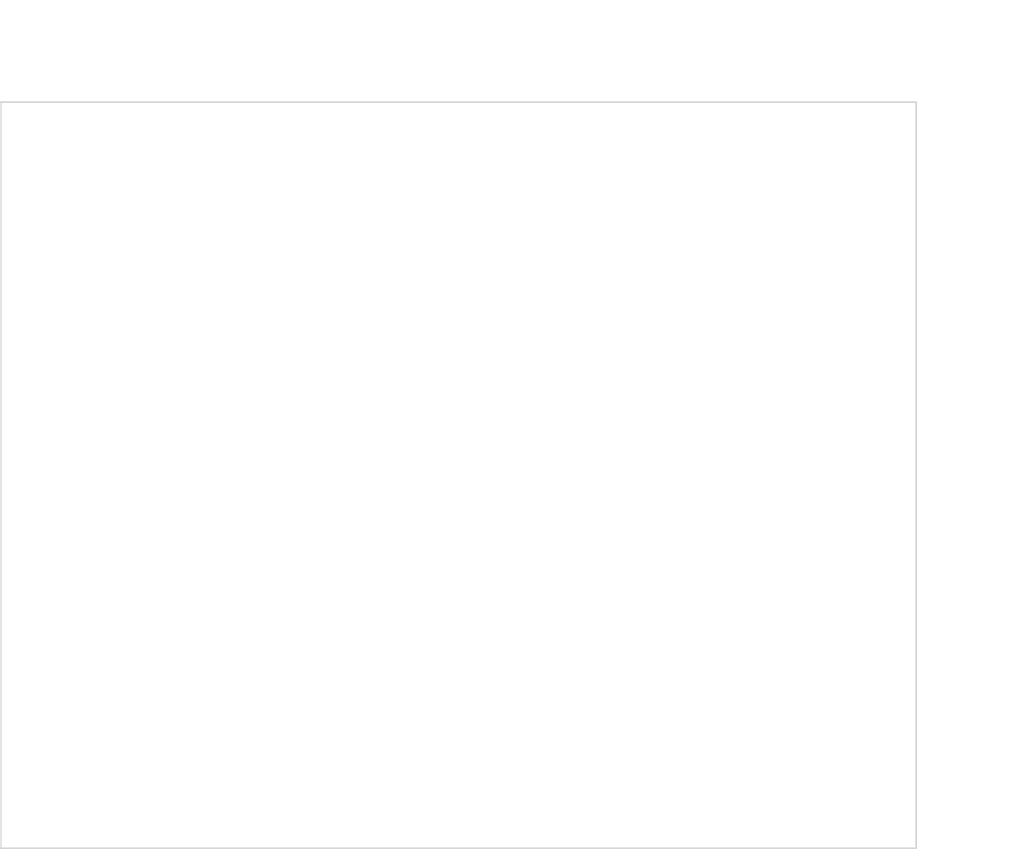
<source format=kicad_pcb>
(kicad_pcb (version 20171130) (host pcbnew "(5.1.0)-1")

  (general
    (thickness 1.6)
    (drawings 16)
    (tracks 0)
    (zones 0)
    (modules 0)
    (nets 1)
  )

  (page A4)
  (layers
    (0 F.Cu signal)
    (31 B.Cu signal)
    (32 B.Adhes user)
    (33 F.Adhes user)
    (34 B.Paste user)
    (35 F.Paste user)
    (36 B.SilkS user)
    (37 F.SilkS user)
    (38 B.Mask user)
    (39 F.Mask user)
    (40 Dwgs.User user)
    (41 Cmts.User user)
    (42 Eco1.User user)
    (43 Eco2.User user)
    (44 Edge.Cuts user)
    (45 Margin user)
    (46 B.CrtYd user)
    (47 F.CrtYd user)
    (48 B.Fab user)
    (49 F.Fab user)
  )

  (setup
    (last_trace_width 0.25)
    (trace_clearance 0.2)
    (zone_clearance 0.508)
    (zone_45_only no)
    (trace_min 0.2)
    (via_size 0.8)
    (via_drill 0.4)
    (via_min_size 0.4)
    (via_min_drill 0.3)
    (uvia_size 0.3)
    (uvia_drill 0.1)
    (uvias_allowed no)
    (uvia_min_size 0.2)
    (uvia_min_drill 0.1)
    (edge_width 0.05)
    (segment_width 0.2)
    (pcb_text_width 0.3)
    (pcb_text_size 1.5 1.5)
    (mod_edge_width 0.12)
    (mod_text_size 1 1)
    (mod_text_width 0.15)
    (pad_size 1.524 1.524)
    (pad_drill 0.762)
    (pad_to_mask_clearance 0.051)
    (solder_mask_min_width 0.25)
    (aux_axis_origin 0 0)
    (visible_elements FFFFFF7F)
    (pcbplotparams
      (layerselection 0x010fc_ffffffff)
      (usegerberextensions false)
      (usegerberattributes false)
      (usegerberadvancedattributes false)
      (creategerberjobfile false)
      (excludeedgelayer true)
      (linewidth 0.152400)
      (plotframeref false)
      (viasonmask false)
      (mode 1)
      (useauxorigin false)
      (hpglpennumber 1)
      (hpglpenspeed 20)
      (hpglpendiameter 15.000000)
      (psnegative false)
      (psa4output false)
      (plotreference true)
      (plotvalue true)
      (plotinvisibletext false)
      (padsonsilk false)
      (subtractmaskfromsilk false)
      (outputformat 1)
      (mirror false)
      (drillshape 1)
      (scaleselection 1)
      (outputdirectory ""))
  )

  (net 0 "")

  (net_class Default "This is the default net class."
    (clearance 0.2)
    (trace_width 0.25)
    (via_dia 0.8)
    (via_drill 0.4)
    (uvia_dia 0.3)
    (uvia_drill 0.1)
  )

  (gr_line (start 182.707617 141.291961) (end 182.707617 44.291961) (layer Edge.Cuts) (width 0.2))
  (gr_line (start 182.707617 44.291961) (end 63.707617 44.291961) (layer Edge.Cuts) (width 0.2))
  (gr_line (start 63.707617 44.291961) (end 63.707617 141.291961) (layer Edge.Cuts) (width 0.2))
  (gr_line (start 63.707617 141.291961) (end 182.707617 141.291961) (layer Edge.Cuts) (width 0.2))
  (gr_text [3.82] (at 192.707617 113.431422) (layer Dwgs.User)
    (effects (font (size 1.7 1.53) (thickness 0.2125)))
  )
  (gr_text " 97.00" (at 192.707617 109.873987) (layer Dwgs.User)
    (effects (font (size 1.7 1.53) (thickness 0.2125)))
  )
  (gr_line (start 192.707617 46.291961) (end 192.707617 107.984525) (layer Dwgs.User) (width 0.2))
  (gr_line (start 192.707617 139.291961) (end 192.707617 115.099396) (layer Dwgs.User) (width 0.2))
  (gr_line (start 183.707617 44.291961) (end 195.882617 44.291961) (layer Dwgs.User) (width 0.2))
  (gr_line (start 183.707617 141.291961) (end 195.882617 141.291961) (layer Dwgs.User) (width 0.2))
  (gr_text [4.69] (at 143.207617 36.181422) (layer Dwgs.User)
    (effects (font (size 1.7 1.53) (thickness 0.2125)))
  )
  (gr_text " 119.00" (at 143.207617 32.623987) (layer Dwgs.User)
    (effects (font (size 1.7 1.53) (thickness 0.2125)))
  )
  (gr_line (start 65.707617 34.291961) (end 138.502604 34.291961) (layer Dwgs.User) (width 0.2))
  (gr_line (start 180.707617 34.291961) (end 147.912631 34.291961) (layer Dwgs.User) (width 0.2))
  (gr_line (start 63.707617 43.291961) (end 63.707617 31.116961) (layer Dwgs.User) (width 0.2))
  (gr_line (start 182.707617 43.291961) (end 182.707617 31.116961) (layer Dwgs.User) (width 0.2))

)

</source>
